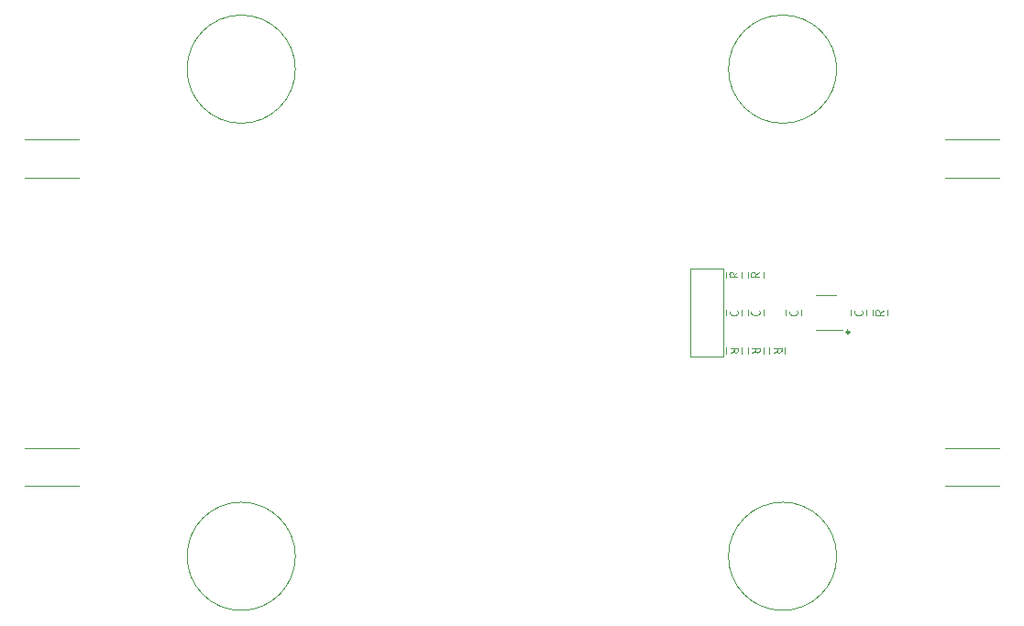
<source format=gbr>
G04 #@! TF.GenerationSoftware,KiCad,Pcbnew,(5.1.2)-2*
G04 #@! TF.CreationDate,2020-02-10T16:48:03+01:00*
G04 #@! TF.ProjectId,OpenHO_Engine,4f70656e-484f-45f4-956e-67696e652e6b,rev?*
G04 #@! TF.SameCoordinates,Original*
G04 #@! TF.FileFunction,Legend,Top*
G04 #@! TF.FilePolarity,Positive*
%FSLAX46Y46*%
G04 Gerber Fmt 4.6, Leading zero omitted, Abs format (unit mm)*
G04 Created by KiCad (PCBNEW (5.1.2)-2) date 2020-02-10 16:48:03*
%MOMM*%
%LPD*%
G04 APERTURE LIST*
%ADD10C,0.050000*%
%ADD11C,0.120000*%
%ADD12C,0.250000*%
G04 APERTURE END LIST*
D10*
X165000000Y-90000000D02*
X170000000Y-90000000D01*
X165000000Y-93500000D02*
X170000000Y-93500000D01*
X80000000Y-90000000D02*
X85000000Y-90000000D01*
X80000000Y-93500000D02*
X85000000Y-93500000D01*
X165000000Y-61500000D02*
X170000000Y-61500000D01*
X165000000Y-65000000D02*
X170000000Y-65000000D01*
X80000000Y-65000000D02*
X85000000Y-65000000D01*
D11*
X155000000Y-55000000D02*
G75*
G03X155000000Y-55000000I-5000000J0D01*
G01*
D10*
X80000000Y-61500000D02*
X85000000Y-61500000D01*
D11*
X105000000Y-55000000D02*
G75*
G03X105000000Y-55000000I-5000000J0D01*
G01*
X155000000Y-100000000D02*
G75*
G03X155000000Y-100000000I-5000000J0D01*
G01*
X105000000Y-100000000D02*
G75*
G03X105000000Y-100000000I-5000000J0D01*
G01*
X147093600Y-73974600D02*
G75*
G02X147500000Y-73974600I203200J0D01*
G01*
X147830200Y-73771400D02*
X147500000Y-74000000D01*
X147500000Y-74203200D02*
X147500000Y-73974600D01*
X147093600Y-74203200D02*
X147093600Y-73923800D01*
X147830200Y-74203200D02*
X147093600Y-74203200D01*
X148210000Y-74258578D02*
X148210000Y-73741422D01*
X146790000Y-74258578D02*
X146790000Y-73741422D01*
X145093600Y-73974600D02*
G75*
G02X145500000Y-73974600I203200J0D01*
G01*
X145830200Y-73771400D02*
X145500000Y-74000000D01*
X145500000Y-74203200D02*
X145500000Y-73974600D01*
X145093600Y-74203200D02*
X145093600Y-73923800D01*
X145830200Y-74203200D02*
X145093600Y-74203200D01*
X146210000Y-74258578D02*
X146210000Y-73741422D01*
X144790000Y-74258578D02*
X144790000Y-73741422D01*
X147906400Y-81025400D02*
G75*
G02X147500000Y-81025400I-203200J0D01*
G01*
X147169800Y-81228600D02*
X147500000Y-81000000D01*
X147500000Y-80796800D02*
X147500000Y-81025400D01*
X147906400Y-80796800D02*
X147906400Y-81076200D01*
X147169800Y-80796800D02*
X147906400Y-80796800D01*
X146790000Y-80741422D02*
X146790000Y-81258578D01*
X148210000Y-80741422D02*
X148210000Y-81258578D01*
X145906400Y-81025400D02*
G75*
G02X145500000Y-81025400I-203200J0D01*
G01*
X145169800Y-81228600D02*
X145500000Y-81000000D01*
X145500000Y-80796800D02*
X145500000Y-81025400D01*
X145906400Y-80796800D02*
X145906400Y-81076200D01*
X145169800Y-80796800D02*
X145906400Y-80796800D01*
X144790000Y-80741422D02*
X144790000Y-81258578D01*
X146210000Y-80741422D02*
X146210000Y-81258578D01*
X149906400Y-81025400D02*
G75*
G02X149500000Y-81025400I-203200J0D01*
G01*
X149169800Y-81228600D02*
X149500000Y-81000000D01*
X149500000Y-80796800D02*
X149500000Y-81025400D01*
X149906400Y-80796800D02*
X149906400Y-81076200D01*
X149169800Y-80796800D02*
X149906400Y-80796800D01*
X148790000Y-80741422D02*
X148790000Y-81258578D01*
X150210000Y-80741422D02*
X150210000Y-81258578D01*
X144500000Y-73440000D02*
X144500000Y-81540000D01*
X141500000Y-81540000D02*
X141500000Y-73440000D01*
X144500000Y-73440000D02*
X141500000Y-73440000D01*
X141500000Y-81540000D02*
X144500000Y-81540000D01*
X145627000Y-77728600D02*
X145500000Y-77754000D01*
X145779400Y-77677800D02*
X145627000Y-77728600D01*
X145881000Y-77550800D02*
X145779400Y-77677800D01*
X145881000Y-77398400D02*
X145881000Y-77550800D01*
X145804800Y-77271400D02*
X145881000Y-77398400D01*
X145347600Y-77728600D02*
X145474600Y-77754000D01*
X145195200Y-77677800D02*
X145347600Y-77728600D01*
X145093600Y-77550800D02*
X145195200Y-77677800D01*
X145093600Y-77398400D02*
X145093600Y-77550800D01*
X145169800Y-77271400D02*
X145093600Y-77398400D01*
X146210000Y-77758578D02*
X146210000Y-77241422D01*
X144790000Y-77758578D02*
X144790000Y-77241422D01*
X147627000Y-77728600D02*
X147500000Y-77754000D01*
X147779400Y-77677800D02*
X147627000Y-77728600D01*
X147881000Y-77550800D02*
X147779400Y-77677800D01*
X147881000Y-77398400D02*
X147881000Y-77550800D01*
X147804800Y-77271400D02*
X147881000Y-77398400D01*
X147347600Y-77728600D02*
X147474600Y-77754000D01*
X147195200Y-77677800D02*
X147347600Y-77728600D01*
X147093600Y-77550800D02*
X147195200Y-77677800D01*
X147093600Y-77398400D02*
X147093600Y-77550800D01*
X147169800Y-77271400D02*
X147093600Y-77398400D01*
X148210000Y-77758578D02*
X148210000Y-77241422D01*
X146790000Y-77758578D02*
X146790000Y-77241422D01*
X158593600Y-77474600D02*
G75*
G02X159000000Y-77474600I203200J0D01*
G01*
X159330200Y-77271400D02*
X159000000Y-77500000D01*
X159000000Y-77703200D02*
X159000000Y-77474600D01*
X158593600Y-77703200D02*
X158593600Y-77423800D01*
X159330200Y-77703200D02*
X158593600Y-77703200D01*
X159710000Y-77758578D02*
X159710000Y-77241422D01*
X158290000Y-77758578D02*
X158290000Y-77241422D01*
X151127000Y-77728600D02*
X151000000Y-77754000D01*
X151279400Y-77677800D02*
X151127000Y-77728600D01*
X151381000Y-77550800D02*
X151279400Y-77677800D01*
X151381000Y-77398400D02*
X151381000Y-77550800D01*
X151304800Y-77271400D02*
X151381000Y-77398400D01*
X150847600Y-77728600D02*
X150974600Y-77754000D01*
X150695200Y-77677800D02*
X150847600Y-77728600D01*
X150593600Y-77550800D02*
X150695200Y-77677800D01*
X150593600Y-77398400D02*
X150593600Y-77550800D01*
X150669800Y-77271400D02*
X150593600Y-77398400D01*
X151710000Y-77758578D02*
X151710000Y-77241422D01*
X150290000Y-77758578D02*
X150290000Y-77241422D01*
X157127000Y-77728600D02*
X157000000Y-77754000D01*
X157279400Y-77677800D02*
X157127000Y-77728600D01*
X157381000Y-77550800D02*
X157279400Y-77677800D01*
X157381000Y-77398400D02*
X157381000Y-77550800D01*
X157304800Y-77271400D02*
X157381000Y-77398400D01*
X156847600Y-77728600D02*
X156974600Y-77754000D01*
X156695200Y-77677800D02*
X156847600Y-77728600D01*
X156593600Y-77550800D02*
X156695200Y-77677800D01*
X156593600Y-77398400D02*
X156593600Y-77550800D01*
X156669800Y-77271400D02*
X156593600Y-77398400D01*
X157710000Y-77758578D02*
X157710000Y-77241422D01*
X156290000Y-77758578D02*
X156290000Y-77241422D01*
D12*
X156157000Y-79278000D02*
G75*
G03X156157000Y-79278000I-125000J0D01*
G01*
D11*
X153100000Y-79110000D02*
X155550000Y-79110000D01*
X154900000Y-75890000D02*
X153100000Y-75890000D01*
M02*

</source>
